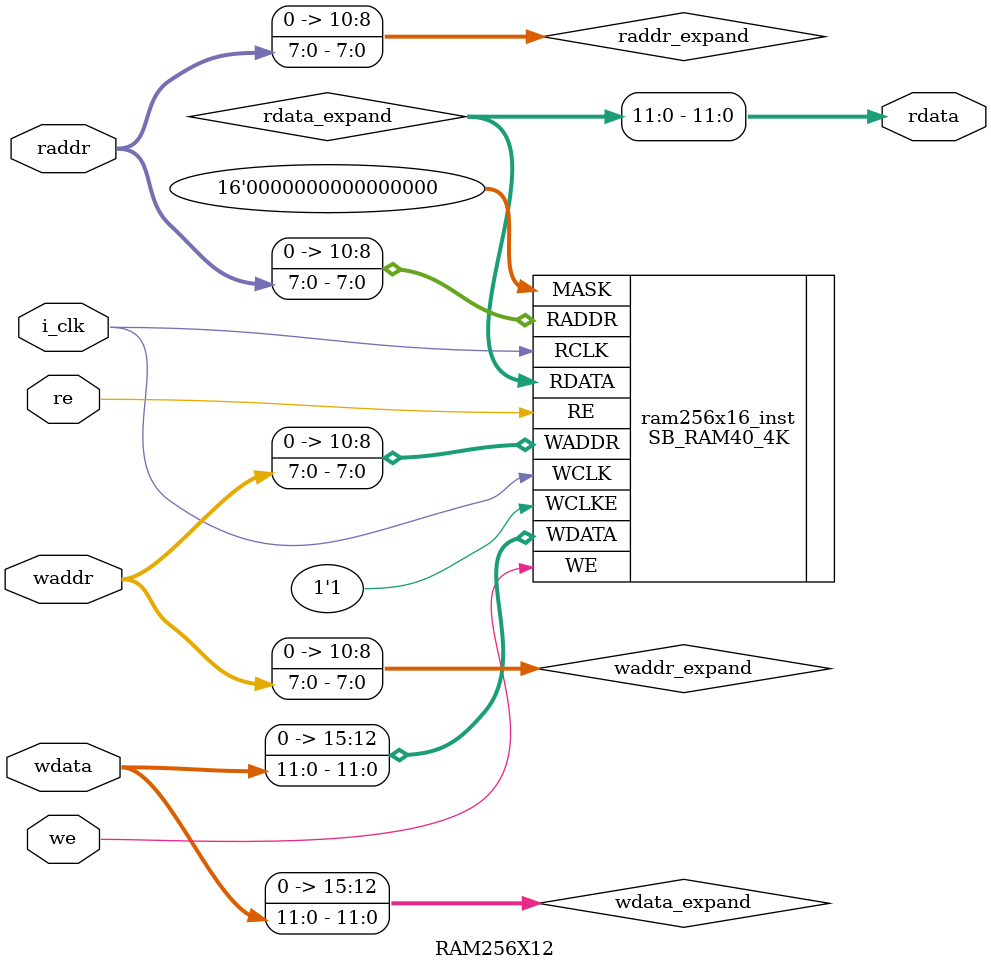
<source format=sv>

module RAM256X12 (
	input logic i_clk,
	input logic we,
	input logic [7:0] waddr,
	input logic [11:0] wdata,
	input logic re,
	input logic [7:0] raddr,
	output logic [11:0] rdata
	);

	logic [10:0] waddr_expand, raddr_expand;
	/* verilator lint_off UNUSEDSIGNAL */
	logic [15:0] wdata_expand, rdata_expand;

	assign waddr_expand = {3'b000, waddr};
	assign raddr_expand = {3'b000, raddr};

	assign wdata_expand = {4'b0000, wdata};
	assign rdata = rdata_expand[11:0];

	SB_RAM40_4K ram256x16_inst (
		.RDATA(rdata_expand),
		.RADDR(raddr_expand),
		.RCLK(i_clk),
		.RE(re),
		.WADDR(waddr_expand),
		.WCLK(i_clk),
		.WCLKE(1'b1),
		.WDATA(wdata_expand),
		.WE(we),
		.MASK(16'h0000)
	);
endmodule

</source>
